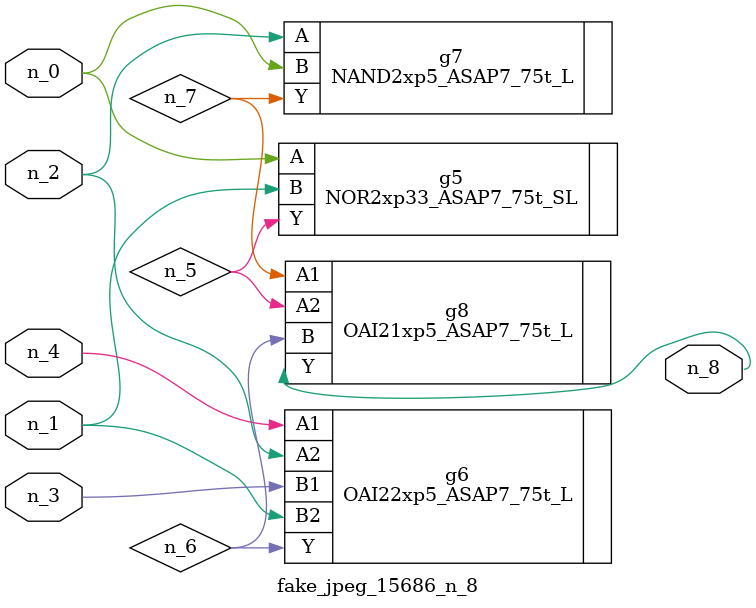
<source format=v>
module fake_jpeg_15686_n_8 (n_3, n_2, n_1, n_0, n_4, n_8);

input n_3;
input n_2;
input n_1;
input n_0;
input n_4;

output n_8;

wire n_6;
wire n_5;
wire n_7;

NOR2xp33_ASAP7_75t_SL g5 ( 
.A(n_0),
.B(n_1),
.Y(n_5)
);

OAI22xp5_ASAP7_75t_L g6 ( 
.A1(n_4),
.A2(n_2),
.B1(n_3),
.B2(n_1),
.Y(n_6)
);

NAND2xp5_ASAP7_75t_L g7 ( 
.A(n_2),
.B(n_0),
.Y(n_7)
);

OAI21xp5_ASAP7_75t_L g8 ( 
.A1(n_7),
.A2(n_5),
.B(n_6),
.Y(n_8)
);


endmodule
</source>
